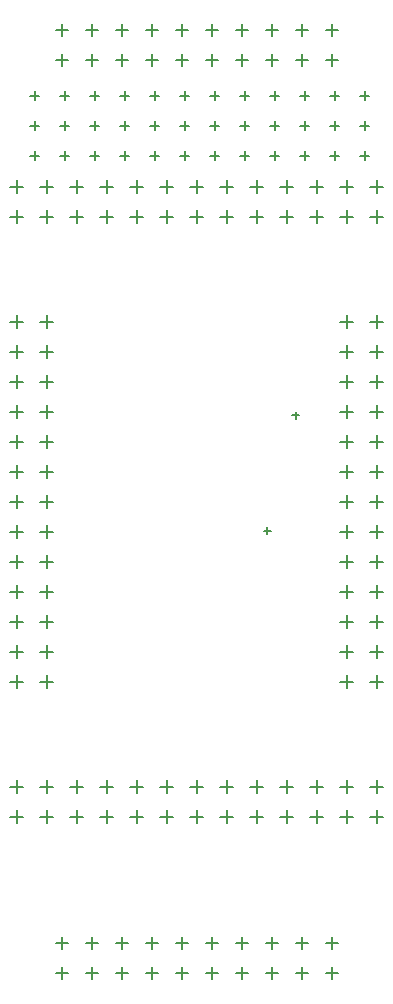
<source format=gbr>
%TF.GenerationSoftware,Altium Limited,Altium Designer,23.4.1 (23)*%
G04 Layer_Color=128*
%FSLAX45Y45*%
%MOMM*%
%TF.SameCoordinates,7ABC1050-9991-4EB7-8225-191FA7049C92*%
%TF.FilePolarity,Positive*%
%TF.FileFunction,Drillmap*%
%TF.Part,Single*%
G01*
G75*
%TA.AperFunction,NonConductor*%
%ADD25C,0.12700*%
D25*
X71000Y1833000D02*
X181000D01*
X126000Y1778000D02*
Y1888000D01*
X71000Y2087000D02*
X181000D01*
X126000Y2032000D02*
Y2142000D01*
X325000Y1833000D02*
X435000D01*
X380000Y1778000D02*
Y1888000D01*
X325000Y2087000D02*
X435000D01*
X380000Y2032000D02*
Y2142000D01*
X579000Y1833000D02*
X689000D01*
X634000Y1778000D02*
Y1888000D01*
X579000Y2087000D02*
X689000D01*
X634000Y2032000D02*
Y2142000D01*
X833000Y1833000D02*
X943000D01*
X888000Y1778000D02*
Y1888000D01*
X833000Y2087000D02*
X943000D01*
X888000Y2032000D02*
Y2142000D01*
X1087000Y1833000D02*
X1197000D01*
X1142000Y1778000D02*
Y1888000D01*
X1087000Y2087000D02*
X1197000D01*
X1142000Y2032000D02*
Y2142000D01*
X1341000Y1833000D02*
X1451000D01*
X1396000Y1778000D02*
Y1888000D01*
X1341000Y2087000D02*
X1451000D01*
X1396000Y2032000D02*
Y2142000D01*
X1595000Y1833000D02*
X1705000D01*
X1650000Y1778000D02*
Y1888000D01*
X1595000Y2087000D02*
X1705000D01*
X1650000Y2032000D02*
Y2142000D01*
X1849000Y1833000D02*
X1959000D01*
X1904000Y1778000D02*
Y1888000D01*
X1849000Y2087000D02*
X1959000D01*
X1904000Y2032000D02*
Y2142000D01*
X2103000Y1833000D02*
X2213000D01*
X2158000Y1778000D02*
Y1888000D01*
X2103000Y2087000D02*
X2213000D01*
X2158000Y2032000D02*
Y2142000D01*
X2357000Y1833000D02*
X2467000D01*
X2412000Y1778000D02*
Y1888000D01*
X2357000Y2087000D02*
X2467000D01*
X2412000Y2032000D02*
Y2142000D01*
X2611000Y1833000D02*
X2721000D01*
X2666000Y1778000D02*
Y1888000D01*
X2611000Y2087000D02*
X2721000D01*
X2666000Y2032000D02*
Y2142000D01*
X2865000Y1833000D02*
X2975000D01*
X2920000Y1778000D02*
Y1888000D01*
X2865000Y2087000D02*
X2975000D01*
X2920000Y2032000D02*
Y2142000D01*
X3119000Y1833000D02*
X3229000D01*
X3174000Y1778000D02*
Y1888000D01*
X3119000Y2087000D02*
X3229000D01*
X3174000Y2032000D02*
Y2142000D01*
X72000Y6913000D02*
X182000D01*
X127000Y6858000D02*
Y6968000D01*
X72000Y7167000D02*
X182000D01*
X127000Y7112000D02*
Y7222000D01*
X326000Y6913000D02*
X436000D01*
X381000Y6858000D02*
Y6968000D01*
X326000Y7167000D02*
X436000D01*
X381000Y7112000D02*
Y7222000D01*
X580000Y6913000D02*
X690000D01*
X635000Y6858000D02*
Y6968000D01*
X580000Y7167000D02*
X690000D01*
X635000Y7112000D02*
Y7222000D01*
X834000Y6913000D02*
X944000D01*
X889000Y6858000D02*
Y6968000D01*
X834000Y7167000D02*
X944000D01*
X889000Y7112000D02*
Y7222000D01*
X1088000Y6913000D02*
X1198000D01*
X1143000Y6858000D02*
Y6968000D01*
X1088000Y7167000D02*
X1198000D01*
X1143000Y7112000D02*
Y7222000D01*
X1342000Y6913000D02*
X1452000D01*
X1397000Y6858000D02*
Y6968000D01*
X1342000Y7167000D02*
X1452000D01*
X1397000Y7112000D02*
Y7222000D01*
X1596000Y6913000D02*
X1706000D01*
X1651000Y6858000D02*
Y6968000D01*
X1596000Y7167000D02*
X1706000D01*
X1651000Y7112000D02*
Y7222000D01*
X1850000Y6913000D02*
X1960000D01*
X1905000Y6858000D02*
Y6968000D01*
X1850000Y7167000D02*
X1960000D01*
X1905000Y7112000D02*
Y7222000D01*
X2104000Y6913000D02*
X2214000D01*
X2159000Y6858000D02*
Y6968000D01*
X2104000Y7167000D02*
X2214000D01*
X2159000Y7112000D02*
Y7222000D01*
X2358000Y6913000D02*
X2468000D01*
X2413000Y6858000D02*
Y6968000D01*
X2358000Y7167000D02*
X2468000D01*
X2413000Y7112000D02*
Y7222000D01*
X2612000Y6913000D02*
X2722000D01*
X2667000Y6858000D02*
Y6968000D01*
X2612000Y7167000D02*
X2722000D01*
X2667000Y7112000D02*
Y7222000D01*
X2866000Y6913000D02*
X2976000D01*
X2921000Y6858000D02*
Y6968000D01*
X2866000Y7167000D02*
X2976000D01*
X2921000Y7112000D02*
Y7222000D01*
X3120000Y6913000D02*
X3230000D01*
X3175000Y6858000D02*
Y6968000D01*
X3120000Y7167000D02*
X3230000D01*
X3175000Y7112000D02*
Y7222000D01*
X3118000Y2976000D02*
X3228000D01*
X3173000Y2921000D02*
Y3031000D01*
X2864000Y2976000D02*
X2974000D01*
X2919000Y2921000D02*
Y3031000D01*
X3118000Y3230000D02*
X3228000D01*
X3173000Y3175000D02*
Y3285000D01*
X2864000Y3230000D02*
X2974000D01*
X2919000Y3175000D02*
Y3285000D01*
X3118000Y3484000D02*
X3228000D01*
X3173000Y3429000D02*
Y3539000D01*
X2864000Y3484000D02*
X2974000D01*
X2919000Y3429000D02*
Y3539000D01*
X3118000Y3738000D02*
X3228000D01*
X3173000Y3683000D02*
Y3793000D01*
X2864000Y3738000D02*
X2974000D01*
X2919000Y3683000D02*
Y3793000D01*
X3118000Y3992000D02*
X3228000D01*
X3173000Y3937000D02*
Y4047000D01*
X2864000Y3992000D02*
X2974000D01*
X2919000Y3937000D02*
Y4047000D01*
X3118000Y4246000D02*
X3228000D01*
X3173000Y4191000D02*
Y4301000D01*
X2864000Y4246000D02*
X2974000D01*
X2919000Y4191000D02*
Y4301000D01*
X3118000Y4500000D02*
X3228000D01*
X3173000Y4445000D02*
Y4555000D01*
X2864000Y4500000D02*
X2974000D01*
X2919000Y4445000D02*
Y4555000D01*
X3118000Y4754000D02*
X3228000D01*
X3173000Y4699000D02*
Y4809000D01*
X2864000Y4754000D02*
X2974000D01*
X2919000Y4699000D02*
Y4809000D01*
X3118000Y5008000D02*
X3228000D01*
X3173000Y4953000D02*
Y5063000D01*
X2864000Y5008000D02*
X2974000D01*
X2919000Y4953000D02*
Y5063000D01*
X3118000Y5262000D02*
X3228000D01*
X3173000Y5207000D02*
Y5317000D01*
X2864000Y5262000D02*
X2974000D01*
X2919000Y5207000D02*
Y5317000D01*
X3118000Y5516000D02*
X3228000D01*
X3173000Y5461000D02*
Y5571000D01*
X2864000Y5516000D02*
X2974000D01*
X2919000Y5461000D02*
Y5571000D01*
X3118000Y5770000D02*
X3228000D01*
X3173000Y5715000D02*
Y5825000D01*
X2864000Y5770000D02*
X2974000D01*
X2919000Y5715000D02*
Y5825000D01*
X3118000Y6024000D02*
X3228000D01*
X3173000Y5969000D02*
Y6079000D01*
X2864000Y6024000D02*
X2974000D01*
X2919000Y5969000D02*
Y6079000D01*
X72000Y6024000D02*
X182000D01*
X127000Y5969000D02*
Y6079000D01*
X326000Y6024000D02*
X436000D01*
X381000Y5969000D02*
Y6079000D01*
X72000Y5770000D02*
X182000D01*
X127000Y5715000D02*
Y5825000D01*
X326000Y5770000D02*
X436000D01*
X381000Y5715000D02*
Y5825000D01*
X72000Y5516000D02*
X182000D01*
X127000Y5461000D02*
Y5571000D01*
X326000Y5516000D02*
X436000D01*
X381000Y5461000D02*
Y5571000D01*
X72000Y5262000D02*
X182000D01*
X127000Y5207000D02*
Y5317000D01*
X326000Y5262000D02*
X436000D01*
X381000Y5207000D02*
Y5317000D01*
X72000Y5008000D02*
X182000D01*
X127000Y4953000D02*
Y5063000D01*
X326000Y5008000D02*
X436000D01*
X381000Y4953000D02*
Y5063000D01*
X72000Y4754000D02*
X182000D01*
X127000Y4699000D02*
Y4809000D01*
X326000Y4754000D02*
X436000D01*
X381000Y4699000D02*
Y4809000D01*
X72000Y4500000D02*
X182000D01*
X127000Y4445000D02*
Y4555000D01*
X326000Y4500000D02*
X436000D01*
X381000Y4445000D02*
Y4555000D01*
X72000Y4246000D02*
X182000D01*
X127000Y4191000D02*
Y4301000D01*
X326000Y4246000D02*
X436000D01*
X381000Y4191000D02*
Y4301000D01*
X72000Y3992000D02*
X182000D01*
X127000Y3937000D02*
Y4047000D01*
X326000Y3992000D02*
X436000D01*
X381000Y3937000D02*
Y4047000D01*
X72000Y3738000D02*
X182000D01*
X127000Y3683000D02*
Y3793000D01*
X326000Y3738000D02*
X436000D01*
X381000Y3683000D02*
Y3793000D01*
X72000Y3484000D02*
X182000D01*
X127000Y3429000D02*
Y3539000D01*
X326000Y3484000D02*
X436000D01*
X381000Y3429000D02*
Y3539000D01*
X72000Y3230000D02*
X182000D01*
X127000Y3175000D02*
Y3285000D01*
X326000Y3230000D02*
X436000D01*
X381000Y3175000D02*
Y3285000D01*
X72000Y2976000D02*
X182000D01*
X127000Y2921000D02*
Y3031000D01*
X326000Y2976000D02*
X436000D01*
X381000Y2921000D02*
Y3031000D01*
X456000Y508000D02*
X560000D01*
X508000Y456000D02*
Y560000D01*
X456000Y762000D02*
X560000D01*
X508000Y710000D02*
Y814000D01*
X710000Y508000D02*
X814000D01*
X762000Y456000D02*
Y560000D01*
X710000Y762000D02*
X814000D01*
X762000Y710000D02*
Y814000D01*
X964000Y508000D02*
X1068000D01*
X1016000Y456000D02*
Y560000D01*
X964000Y762000D02*
X1068000D01*
X1016000Y710000D02*
Y814000D01*
X1218000Y508000D02*
X1322000D01*
X1270000Y456000D02*
Y560000D01*
X1218000Y762000D02*
X1322000D01*
X1270000Y710000D02*
Y814000D01*
X1472000Y508000D02*
X1576000D01*
X1524000Y456000D02*
Y560000D01*
X1472000Y762000D02*
X1576000D01*
X1524000Y710000D02*
Y814000D01*
X1726000Y508000D02*
X1830000D01*
X1778000Y456000D02*
Y560000D01*
X1726000Y762000D02*
X1830000D01*
X1778000Y710000D02*
Y814000D01*
X1980000Y508000D02*
X2084000D01*
X2032000Y456000D02*
Y560000D01*
X1980000Y762000D02*
X2084000D01*
X2032000Y710000D02*
Y814000D01*
X2234000Y508000D02*
X2338000D01*
X2286000Y456000D02*
Y560000D01*
X2234000Y762000D02*
X2338000D01*
X2286000Y710000D02*
Y814000D01*
X2488000Y508000D02*
X2592000D01*
X2540000Y456000D02*
Y560000D01*
X2488000Y762000D02*
X2592000D01*
X2540000Y710000D02*
Y814000D01*
X2742000Y508000D02*
X2846000D01*
X2794000Y456000D02*
Y560000D01*
X2742000Y762000D02*
X2846000D01*
X2794000Y710000D02*
Y814000D01*
X241300Y7429500D02*
X317500D01*
X279400Y7391400D02*
Y7467600D01*
X1003300Y7429500D02*
X1079500D01*
X1041400Y7391400D02*
Y7467600D01*
X495300Y7429500D02*
X571500D01*
X533400Y7391400D02*
Y7467600D01*
X749300Y7429500D02*
X825500D01*
X787400Y7391400D02*
Y7467600D01*
X1257300Y7429500D02*
X1333500D01*
X1295400Y7391400D02*
Y7467600D01*
X2019300Y7429500D02*
X2095500D01*
X2057400Y7391400D02*
Y7467600D01*
X1765300Y7429500D02*
X1841500D01*
X1803400Y7391400D02*
Y7467600D01*
X1511300Y7429500D02*
X1587500D01*
X1549400Y7391400D02*
Y7467600D01*
X3035300Y7429500D02*
X3111500D01*
X3073400Y7391400D02*
Y7467600D01*
X2781300Y7429500D02*
X2857500D01*
X2819400Y7391400D02*
Y7467600D01*
X2273300Y7429500D02*
X2349500D01*
X2311400Y7391400D02*
Y7467600D01*
X2527300Y7429500D02*
X2603500D01*
X2565400Y7391400D02*
Y7467600D01*
X2273300Y7937500D02*
X2349500D01*
X2311400Y7899400D02*
Y7975600D01*
X2273300Y7683500D02*
X2349500D01*
X2311400Y7645400D02*
Y7721600D01*
X2527300Y7683500D02*
X2603500D01*
X2565400Y7645400D02*
Y7721600D01*
X2527300Y7937500D02*
X2603500D01*
X2565400Y7899400D02*
Y7975600D01*
X3035300Y7937500D02*
X3111500D01*
X3073400Y7899400D02*
Y7975600D01*
X3035300Y7683500D02*
X3111500D01*
X3073400Y7645400D02*
Y7721600D01*
X2781300Y7683500D02*
X2857500D01*
X2819400Y7645400D02*
Y7721600D01*
X2781300Y7937500D02*
X2857500D01*
X2819400Y7899400D02*
Y7975600D01*
X1257300Y7937500D02*
X1333500D01*
X1295400Y7899400D02*
Y7975600D01*
X1257300Y7683500D02*
X1333500D01*
X1295400Y7645400D02*
Y7721600D01*
X1511300Y7683500D02*
X1587500D01*
X1549400Y7645400D02*
Y7721600D01*
X1511300Y7937500D02*
X1587500D01*
X1549400Y7899400D02*
Y7975600D01*
X2019300Y7937500D02*
X2095500D01*
X2057400Y7899400D02*
Y7975600D01*
X2019300Y7683500D02*
X2095500D01*
X2057400Y7645400D02*
Y7721600D01*
X1765300Y7683500D02*
X1841500D01*
X1803400Y7645400D02*
Y7721600D01*
X1765300Y7937500D02*
X1841500D01*
X1803400Y7899400D02*
Y7975600D01*
X749300Y7937500D02*
X825500D01*
X787400Y7899400D02*
Y7975600D01*
X749300Y7683500D02*
X825500D01*
X787400Y7645400D02*
Y7721600D01*
X1003300Y7683500D02*
X1079500D01*
X1041400Y7645400D02*
Y7721600D01*
X1003300Y7937500D02*
X1079500D01*
X1041400Y7899400D02*
Y7975600D01*
X495300Y7937500D02*
X571500D01*
X533400Y7899400D02*
Y7975600D01*
X495300Y7683500D02*
X571500D01*
X533400Y7645400D02*
Y7721600D01*
X241300Y7683500D02*
X317500D01*
X279400Y7645400D02*
Y7721600D01*
X241300Y7937500D02*
X317500D01*
X279400Y7899400D02*
Y7975600D01*
X456000Y8238000D02*
X560000D01*
X508000Y8186000D02*
Y8290000D01*
X456000Y8492000D02*
X560000D01*
X508000Y8440000D02*
Y8544000D01*
X710000Y8238000D02*
X814000D01*
X762000Y8186000D02*
Y8290000D01*
X710000Y8492000D02*
X814000D01*
X762000Y8440000D02*
Y8544000D01*
X964000Y8238000D02*
X1068000D01*
X1016000Y8186000D02*
Y8290000D01*
X964000Y8492000D02*
X1068000D01*
X1016000Y8440000D02*
Y8544000D01*
X1218000Y8238000D02*
X1322000D01*
X1270000Y8186000D02*
Y8290000D01*
X1218000Y8492000D02*
X1322000D01*
X1270000Y8440000D02*
Y8544000D01*
X1472000Y8238000D02*
X1576000D01*
X1524000Y8186000D02*
Y8290000D01*
X1472000Y8492000D02*
X1576000D01*
X1524000Y8440000D02*
Y8544000D01*
X1726000Y8238000D02*
X1830000D01*
X1778000Y8186000D02*
Y8290000D01*
X1726000Y8492000D02*
X1830000D01*
X1778000Y8440000D02*
Y8544000D01*
X1980000Y8238000D02*
X2084000D01*
X2032000Y8186000D02*
Y8290000D01*
X1980000Y8492000D02*
X2084000D01*
X2032000Y8440000D02*
Y8544000D01*
X2234000Y8238000D02*
X2338000D01*
X2286000Y8186000D02*
Y8290000D01*
X2234000Y8492000D02*
X2338000D01*
X2286000Y8440000D02*
Y8544000D01*
X2488000Y8238000D02*
X2592000D01*
X2540000Y8186000D02*
Y8290000D01*
X2488000Y8492000D02*
X2592000D01*
X2540000Y8440000D02*
Y8544000D01*
X2742000Y8238000D02*
X2846000D01*
X2794000Y8186000D02*
Y8290000D01*
X2742000Y8492000D02*
X2846000D01*
X2794000Y8440000D02*
Y8544000D01*
X2217900Y4254500D02*
X2277900D01*
X2247900Y4224500D02*
Y4284500D01*
X2459200Y5232400D02*
X2519200D01*
X2489200Y5202400D02*
Y5262400D01*
%TF.MD5,aa501efef0c27f4006cb5af050ceb309*%
M02*

</source>
